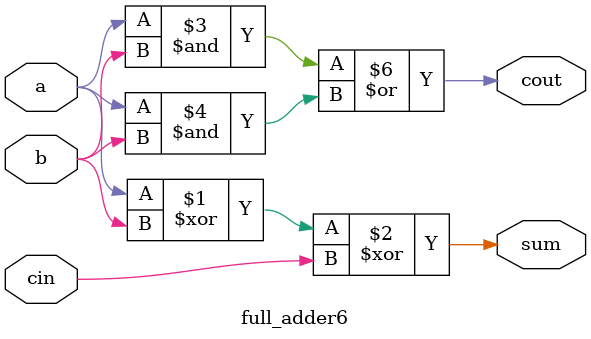
<source format=v>
module full_adder6(a,b,cin,sum,cout);
input a,b,cin;
output sum,cout;
assign sum = a^b^cin;
assign cout = a&b|1'b1&(a&b); 
// initial begin
//     $display("The incorrect adder with and1 having in1/1");
// end   
endmodule
</source>
